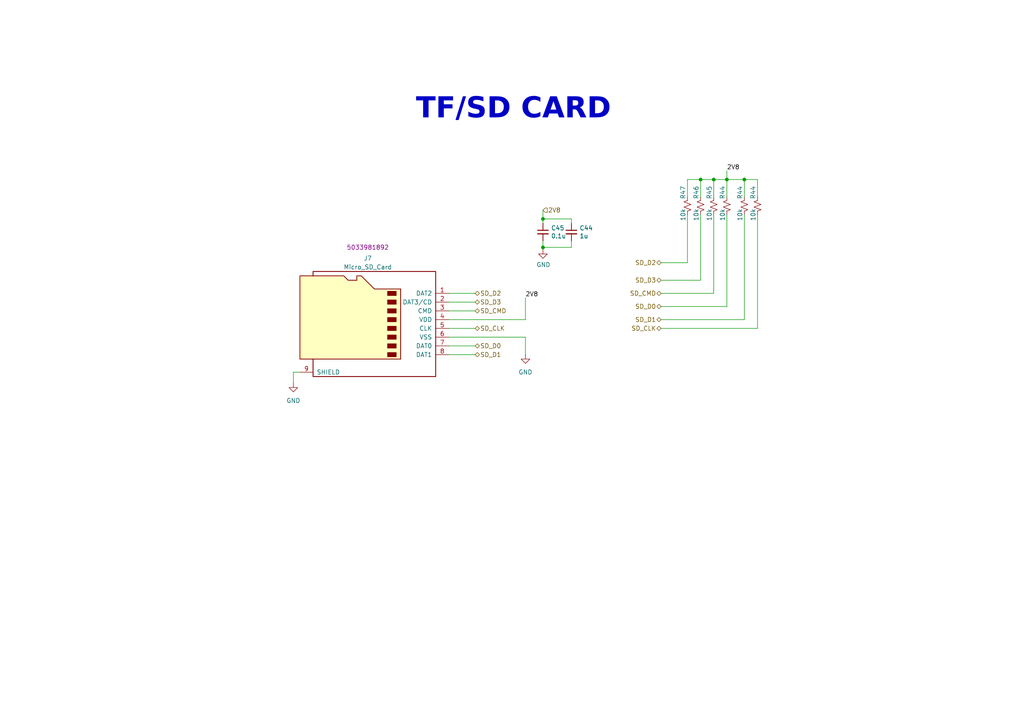
<source format=kicad_sch>
(kicad_sch (version 20230121) (generator eeschema)
  (paper "A4")
  (lib_symbols
    (symbol "Connector:Micro_SD_Card" (pin_names (offset 1.016))
      (property "Reference" "J" (at -16.51 15.24 0))
      (property "Value" "Micro_SD_Card" (at 16.51 15.24 0))
      (symbol "Micro_SD_Card_0_1"
        (rectangle (start -7.62 -9.525) (end -5.08 -10.795) (fill (type outline)))
        (rectangle (start -7.62 -6.985) (end -5.08 -8.255) (fill (type outline)))
        (rectangle (start -7.62 -4.445) (end -5.08 -5.715) (fill (type outline)))
        (rectangle (start -7.62 -1.905) (end -5.08 -3.175) (fill (type outline)))
        (rectangle (start -7.62 0.635) (end -5.08 -0.635) (fill (type outline)))
        (rectangle (start -7.62 3.175) (end -5.08 1.905) (fill (type outline)))
        (rectangle (start -7.62 5.715) (end -5.08 4.445) (fill (type outline)))
        (rectangle (start -7.62 8.255) (end -5.08 6.985) (fill (type outline)))
        (polyline (pts (xy 16.51 12.7) (xy 16.51 13.97) (xy -19.05 13.97) (xy -19.05 -16.51) (xy 16.51 -16.51) (xy 16.51 -11.43)) (stroke (width 0.254)))
        (polyline (pts (xy -8.89 -11.43) (xy -8.89 8.89) (xy -1.27 8.89) (xy 2.54 12.7) (xy 3.81 12.7) (xy 3.81 11.43) (xy 6.35 11.43) (xy 7.62 12.7) (xy 20.32 12.7) (xy 20.32 -11.43) (xy -8.89 -11.43)) (stroke (width 0.254)) (fill (type background)))
      )
      (symbol "Micro_SD_Card_1_1"
        (pin bidirectional line (at -22.86 7.62 0) (length 3.81) (name "DAT2") (number "1"))
        (pin bidirectional line (at -22.86 5.08 0) (length 3.81) (name "DAT3/CD") (number "2"))
        (pin input line (at -22.86 2.54 0) (length 3.81) (name "CMD") (number "3"))
        (pin power_in line (at -22.86 0 0) (length 3.81) (name "VDD") (number "4"))
        (pin input line (at -22.86 -2.54 0) (length 3.81) (name "CLK") (number "5"))
        (pin power_in line (at -22.86 -5.08 0) (length 3.81) (name "VSS") (number "6"))
        (pin bidirectional line (at -22.86 -7.62 0) (length 3.81) (name "DAT0") (number "7"))
        (pin bidirectional line (at -22.86 -10.16 0) (length 3.81) (name "DAT1") (number "8"))
        (pin passive line (at 20.32 -15.24 180) (length 3.81) (name "SHIELD") (number "9"))
      )
    )
    (symbol "fridgeduino-rescue:C_Small-Device" (pin_numbers hide) (pin_names (offset 0.254) hide)
      (property "Reference" "C" (at 0.254 1.778 0))
      (property "Value" "C_Small-Device" (at 0.254 -2.032 0))
      (symbol "C_Small-Device_0_1"
        (polyline (pts (xy -1.524 -0.508) (xy 1.524 -0.508)) (stroke (width 0.3302)))
        (polyline (pts (xy -1.524 0.508) (xy 1.524 0.508)) (stroke (width 0.3048)))
      )
      (symbol "C_Small-Device_1_1"
        (pin passive line (at 0 2.54 270) (length 2.032) (name "~") (number "1"))
        (pin passive line (at 0 -2.54 90) (length 2.032) (name "~") (number "2"))
      )
    )
    (symbol "fridgeduino-rescue:GND-power" (power) (pin_names (offset 0))
      (property "Value" "GND-power" (at 0 -3.81 0))
      (symbol "GND-power_0_1"
        (polyline (pts (xy 0 0) (xy 0 -1.27) (xy 1.27 -1.27) (xy 0 -2.54) (xy -1.27 -1.27) (xy 0 -1.27)))
      )
      (symbol "GND-power_1_1"
        (pin power_in line (at 0 0 270) (length 0) hide (name "GND") (number "1"))
      )
    )
    (symbol "fridgeduino-rescue:R_Small_US-Device" (pin_numbers hide) (pin_names (offset 0.254) hide)
      (property "Reference" "R" (at 0.762 0.508 0))
      (property "Value" "R_Small_US-Device" (at 0.762 -1.016 0))
      (symbol "R_Small_US-Device_1_1"
        (polyline (pts (xy 0 0) (xy 1.016 -0.381) (xy 0 -0.762) (xy -1.016 -1.143) (xy 0 -1.524)))
        (polyline (pts (xy 0 1.524) (xy 1.016 1.143) (xy 0 0.762) (xy -1.016 0.381) (xy 0 0)))
        (pin passive line (at 0 2.54 270) (length 1.016) (name "~") (number "1"))
        (pin passive line (at 0 -2.54 90) (length 1.016) (name "~") (number "2"))
      )
    )
    (symbol "power:GND" (power) (pin_names (offset 0))
      (property "Value" "GND" (at 0 -3.81 0))
      (symbol "GND_0_1"
        (polyline (pts (xy 0 0) (xy 0 -1.27) (xy 1.27 -1.27) (xy 0 -2.54) (xy -1.27 -1.27) (xy 0 -1.27)))
      )
      (symbol "GND_1_1"
        (pin power_in line (at 0 0 270) (length 0) hide (name "GND") (number "1"))
      )
    )
  )
  (junction (at 203.2 52.07))
  (junction (at 157.48 71.755))
  (junction (at 157.48 63.5))
  (junction (at 210.82 52.07))
  (junction (at 215.9 52.07))
  (junction (at 207.01 52.07))
  (wire (pts (xy 191.77 85.09) (xy 207.01 85.09)))
  (wire (pts (xy 199.39 62.23) (xy 199.39 76.2)))
  (wire (pts (xy 157.48 71.755) (xy 165.735 71.755)))
  (wire (pts (xy 191.77 92.71) (xy 215.9 92.71)))
  (wire (pts (xy 191.77 81.28) (xy 203.2 81.28)))
  (wire (pts (xy 210.82 52.07) (xy 215.9 52.07)))
  (wire (pts (xy 199.39 57.15) (xy 199.39 52.07)))
  (wire (pts (xy 130.175 97.79) (xy 152.4 97.79)))
  (wire (pts (xy 152.4 86.36) (xy 152.4 92.71)))
  (wire (pts (xy 215.9 52.07) (xy 215.9 57.15)))
  (wire (pts (xy 219.71 52.07) (xy 219.71 57.15)))
  (wire (pts (xy 210.82 62.23) (xy 210.82 88.9)))
  (wire (pts (xy 157.48 63.5) (xy 157.48 64.77)))
  (wire (pts (xy 157.48 69.85) (xy 157.48 71.755)))
  (wire (pts (xy 207.01 52.07) (xy 210.82 52.07)))
  (wire (pts (xy 215.9 52.07) (xy 219.71 52.07)))
  (wire (pts (xy 85.09 111.125) (xy 85.09 107.95)))
  (wire (pts (xy 203.2 52.07) (xy 207.01 52.07)))
  (wire (pts (xy 199.39 52.07) (xy 203.2 52.07)))
  (wire (pts (xy 152.4 97.79) (xy 152.4 102.87)))
  (wire (pts (xy 191.77 88.9) (xy 210.82 88.9)))
  (wire (pts (xy 203.2 52.07) (xy 203.2 57.15)))
  (wire (pts (xy 137.795 87.63) (xy 130.175 87.63)))
  (wire (pts (xy 157.48 60.96) (xy 157.48 63.5)))
  (wire (pts (xy 215.9 62.23) (xy 215.9 92.71)))
  (wire (pts (xy 210.82 49.53) (xy 210.82 52.07)))
  (wire (pts (xy 191.77 76.2) (xy 199.39 76.2)))
  (wire (pts (xy 165.735 71.755) (xy 165.735 69.85)))
  (wire (pts (xy 191.77 95.25) (xy 219.71 95.25)))
  (wire (pts (xy 207.01 52.07) (xy 207.01 57.15)))
  (wire (pts (xy 165.735 63.5) (xy 165.735 64.77)))
  (wire (pts (xy 137.795 90.17) (xy 130.175 90.17)))
  (wire (pts (xy 137.795 102.87) (xy 130.175 102.87)))
  (wire (pts (xy 210.82 52.07) (xy 210.82 57.15)))
  (wire (pts (xy 137.795 85.09) (xy 130.175 85.09)))
  (wire (pts (xy 203.2 62.23) (xy 203.2 81.28)))
  (wire (pts (xy 85.09 107.95) (xy 86.995 107.95)))
  (wire (pts (xy 130.175 92.71) (xy 152.4 92.71)))
  (wire (pts (xy 137.795 95.25) (xy 130.175 95.25)))
  (wire (pts (xy 157.48 72.39) (xy 157.48 71.755)))
  (wire (pts (xy 207.01 62.23) (xy 207.01 85.09)))
  (wire (pts (xy 137.795 100.33) (xy 130.175 100.33)))
  (wire (pts (xy 157.48 63.5) (xy 165.735 63.5)))
  (wire (pts (xy 219.71 62.23) (xy 219.71 95.25)))
  (text "TF/SD CARD" (at 120.65 36.83 0) (effects (font (size 6 6) (thickness 1.2) bold) (justify left bottom)))
  (label "2V8" (at 152.4 86.36 0))
  (label "2V8" (at 210.82 49.53 0))
  (hierarchical_label "SD_D1" (shape bidirectional) (at 137.795 102.87 0))
  (hierarchical_label "SD_D0" (shape bidirectional) (at 191.77 88.9 180))
  (hierarchical_label "SD_CLK" (shape bidirectional) (at 137.795 95.25 0))
  (hierarchical_label "SD_D0" (shape bidirectional) (at 137.795 100.33 0))
  (hierarchical_label "SD_CMD" (shape bidirectional) (at 191.77 85.09 180))
  (hierarchical_label "SD_CMD" (shape bidirectional) (at 137.795 90.17 0))
  (hierarchical_label "SD_D3" (shape bidirectional) (at 137.795 87.63 0))
  (hierarchical_label "SD_D3" (shape bidirectional) (at 191.77 81.28 180))
  (hierarchical_label "SD_CLK" (shape bidirectional) (at 191.77 95.25 180))
  (hierarchical_label "SD_D1" (shape bidirectional) (at 191.77 92.71 180))
  (hierarchical_label "2V8" (shape input) (at 157.48 60.96 0))
  (hierarchical_label "SD_D2" (shape bidirectional) (at 137.795 85.09 0))
  (hierarchical_label "SD_D2" (shape bidirectional) (at 191.77 76.2 180))
  (symbol (lib_id "fridgeduino-rescue:R_Small_US-Device") (at 215.9 59.69 0) (mirror y) (unit 1)
    (property "Reference" "R44" (at 214.63 57.785 90) (effects (justify left)))
    (property "Value" "10k" (at 214.63 64.135 90) (effects (justify left)))
    (property "Footprint" "Resistor_SMD:R_0402_1005Metric" (effects hide))
    (instances (project "soilpal_v2_display" (path "" (reference "R44") (unit 1))) (project "BIM_PCB" (path "" (reference "R46") (unit 1))) (project "sd_card" (path "" (reference "R21") (unit 1))))
  )
  (symbol (lib_id "fridgeduino-rescue:R_Small_US-Device") (at 210.82 59.69 0) (mirror y) (unit 1)
    (property "Reference" "R44" (at 209.55 57.785 90) (effects (justify left)))
    (property "Value" "10k" (at 209.55 64.135 90) (effects (justify left)))
    (property "Footprint" "Resistor_SMD:R_0402_1005Metric" (effects hide))
    (instances (project "soilpal_v2_display" (path "" (reference "R44") (unit 1))) (project "BIM_PCB" (path "" (reference "R45") (unit 1))) (project "sd_card" (path "" (reference "R21") (unit 1))))
  )
  (symbol (lib_id "fridgeduino-rescue:C_Small-Device") (at 165.735 67.31 0) (unit 1)
    (property "Reference" "C44" (at 168.0718 66.1416 0) (effects (justify left)))
    (property "Value" "1u" (at 168.0718 68.453 0) (effects (justify left)))
    (property "Footprint" "Capacitor_SMD:C_0402_1005Metric" (effects hide))
    (instances (project "soilpal_v2_display" (path "" (reference "C44") (unit 1))) (project "BIM_PCB" (path "" (reference "C22") (unit 1))) (project "sd_card" (path "" (reference "C14") (unit 1))))
  )
  (symbol (lib_id "power:GND") (at 152.4 102.87 0) (mirror y) (unit 1)
    (property "Reference" "#PWR0118" (effects hide))
    (property "Value" "GND" (at 152.4 107.95 0))
    (instances (project "soilpal_v2_display" (path "" (reference "#PWR0118") (unit 1))) (project "BIM_PCB" (path "" (reference "#PWR0129") (unit 1))))
  )
  (symbol (lib_id "power:GND") (at 85.09 111.125 0) (mirror y) (unit 1)
    (property "Reference" "#PWR0119" (effects hide))
    (property "Value" "GND" (at 85.09 116.205 0))
    (instances (project "soilpal_v2_display" (path "" (reference "#PWR0119") (unit 1))) (project "BIM_PCB" (path "" (reference "#PWR0130") (unit 1))))
  )
  (symbol (lib_id "Connector:Micro_SD_Card") (at 107.315 92.71 0) (mirror y) (unit 1)
    (property "Reference" "J7" (at 106.68 74.93 0))
    (property "Value" "Micro_SD_Card" (at 106.68 77.47 0))
    (property "Footprint" "MACHADA_footprints:MOLEX_503398-1892" (effects hide))
    (property "Datasheet" "http://katalog.we-online.de/em/datasheet/693072010801.pdf" (effects hide))
    (property "MPN" "5033981892" (at 106.68 71.755 0))
    (instances (project "soilpal_v2_display" (path "" (reference "J7") (unit 1))) (project "BIM_PCB" (path "" (reference "J4") (unit 1))))
  )
  (symbol (lib_id "fridgeduino-rescue:C_Small-Device") (at 157.48 67.31 0) (unit 1)
    (property "Reference" "C45" (at 159.8168 66.1416 0) (effects (justify left)))
    (property "Value" "0.1u" (at 159.8168 68.453 0) (effects (justify left)))
    (property "Footprint" "Capacitor_SMD:C_0402_1005Metric" (effects hide))
    (instances (project "soilpal_v2_display" (path "" (reference "C45") (unit 1))) (project "BIM_PCB" (path "" (reference "C21") (unit 1))) (project "sd_card" (path "" (reference "C13") (unit 1))))
  )
  (symbol (lib_id "fridgeduino-rescue:GND-power") (at 157.48 72.39 0) (unit 1)
    (property "Reference" "#PWR0116" (effects hide))
    (property "Value" "GND" (at 157.607 76.7842 0))
    (instances (project "soilpal_v2_display" (path "" (reference "#PWR0116") (unit 1))) (project "BIM_PCB" (path "" (reference "#PWR0127") (unit 1))) (project "sd_card" (path "" (reference "#PWR043") (unit 1))))
  )
  (symbol (lib_id "fridgeduino-rescue:R_Small_US-Device") (at 207.01 59.69 0) (mirror y) (unit 1)
    (property "Reference" "R45" (at 205.74 57.785 90) (effects (justify left)))
    (property "Value" "10k" (at 205.74 64.135 90) (effects (justify left)))
    (property "Footprint" "Resistor_SMD:R_0402_1005Metric" (effects hide))
    (instances (project "soilpal_v2_display" (path "" (reference "R45") (unit 1))) (project "BIM_PCB" (path "" (reference "R42") (unit 1))) (project "sd_card" (path "" (reference "R20") (unit 1))))
  )
  (symbol (lib_id "fridgeduino-rescue:R_Small_US-Device") (at 203.2 59.69 0) (mirror y) (unit 1)
    (property "Reference" "R46" (at 201.93 57.785 90) (effects (justify left)))
    (property "Value" "10k" (at 201.93 64.135 90) (effects (justify left)))
    (property "Footprint" "Resistor_SMD:R_0402_1005Metric" (effects hide))
    (instances (project "soilpal_v2_display" (path "" (reference "R46") (unit 1))) (project "BIM_PCB" (path "" (reference "R41") (unit 1))) (project "sd_card" (path "" (reference "R19") (unit 1))))
  )
  (symbol (lib_id "fridgeduino-rescue:R_Small_US-Device") (at 219.71 59.69 0) (mirror y) (unit 1)
    (property "Reference" "R44" (at 218.44 57.785 90) (effects (justify left)))
    (property "Value" "10k" (at 218.44 64.135 90) (effects (justify left)))
    (property "Footprint" "Resistor_SMD:R_0402_1005Metric" (effects hide))
    (instances (project "soilpal_v2_display" (path "" (reference "R44") (unit 1))) (project "BIM_PCB" (path "" (reference "R47") (unit 1))) (project "sd_card" (path "" (reference "R21") (unit 1))))
  )
  (symbol (lib_id "fridgeduino-rescue:R_Small_US-Device") (at 199.39 59.69 0) (mirror y) (unit 1)
    (property "Reference" "R47" (at 198.12 57.785 90) (effects (justify left)))
    (property "Value" "10k" (at 198.12 64.135 90) (effects (justify left)))
    (property "Footprint" "Resistor_SMD:R_0402_1005Metric" (effects hide))
    (instances (project "soilpal_v2_display" (path "" (reference "R47") (unit 1))) (project "BIM_PCB" (path "" (reference "R40") (unit 1))) (project "sd_card" (path "" (reference "R18") (unit 1))))
  )
)
</source>
